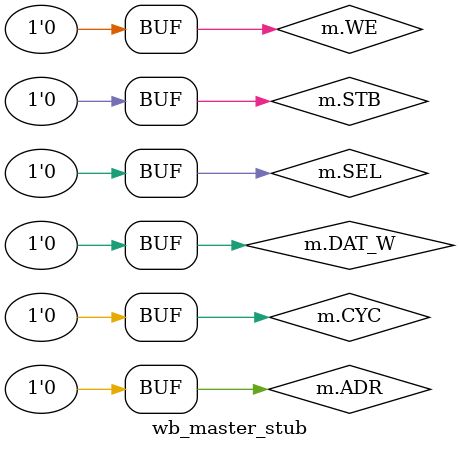
<source format=sv>
/****************************************************************************
 * wb_master_stub.sv
 ****************************************************************************/

/**
 * Module: wb_master_stub
 * 
 * Stubs out a master interface. This is used when an unused slave interface
 * must be terminated
 */
module wb_master_stub (wb_if.master	m);
	
	assign m.ADR = 0;
	assign m.CYC = 0;
	assign m.DAT_W = 0;
	assign m.SEL = 0;
	assign m.STB = 0;
	assign m.WE = 0;
endmodule



</source>
